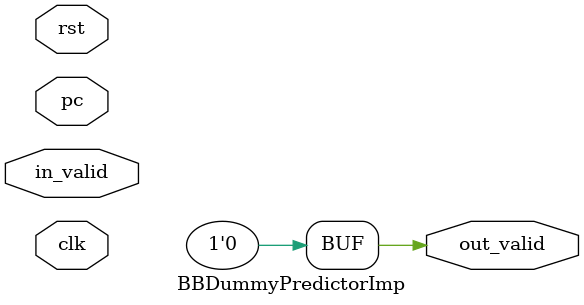
<source format=v>
module BBDummyPredictorImp(
    input clk,
    input rst,
    input in_valid,
    input [63:0] pc,
    output out_valid
);
    assign out_valid = 0;
endmodule

</source>
